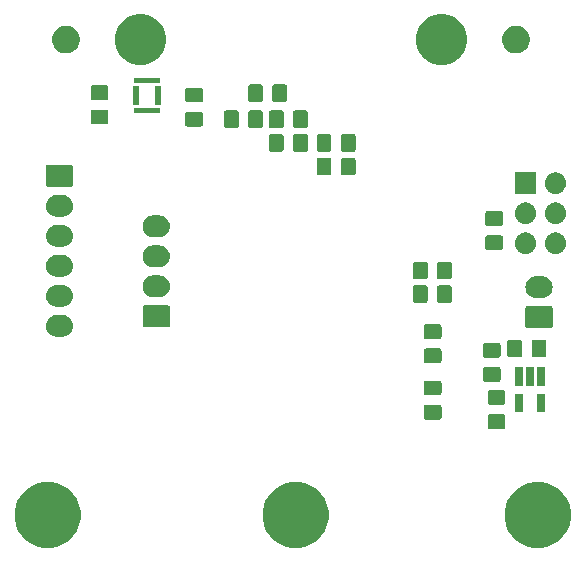
<source format=gbr>
G04 #@! TF.GenerationSoftware,KiCad,Pcbnew,5.0.1*
G04 #@! TF.CreationDate,2019-02-12T17:29:55-06:00*
G04 #@! TF.ProjectId,EFM,45464D2E6B696361645F706362000000,rev?*
G04 #@! TF.SameCoordinates,Original*
G04 #@! TF.FileFunction,Soldermask,Bot*
G04 #@! TF.FilePolarity,Negative*
%FSLAX46Y46*%
G04 Gerber Fmt 4.6, Leading zero omitted, Abs format (unit mm)*
G04 Created by KiCad (PCBNEW 5.0.1) date Tue 12 Feb 2019 05:29:55 PM CST*
%MOMM*%
%LPD*%
G01*
G04 APERTURE LIST*
%ADD10C,0.100000*%
G04 APERTURE END LIST*
D10*
G36*
X199817021Y-79806640D02*
X200326770Y-80017785D01*
X200326771Y-80017786D01*
X200785534Y-80324321D01*
X201175679Y-80714466D01*
X201380036Y-81020308D01*
X201482215Y-81173230D01*
X201693360Y-81682979D01*
X201801000Y-82224124D01*
X201801000Y-82775876D01*
X201693360Y-83317021D01*
X201482215Y-83826770D01*
X201482214Y-83826771D01*
X201175679Y-84285534D01*
X200785534Y-84675679D01*
X200479692Y-84880036D01*
X200326770Y-84982215D01*
X199817021Y-85193360D01*
X199275876Y-85301000D01*
X198724124Y-85301000D01*
X198182979Y-85193360D01*
X197673230Y-84982215D01*
X197520308Y-84880036D01*
X197214466Y-84675679D01*
X196824321Y-84285534D01*
X196517786Y-83826771D01*
X196517785Y-83826770D01*
X196306640Y-83317021D01*
X196199000Y-82775876D01*
X196199000Y-82224124D01*
X196306640Y-81682979D01*
X196517785Y-81173230D01*
X196619964Y-81020308D01*
X196824321Y-80714466D01*
X197214466Y-80324321D01*
X197673229Y-80017786D01*
X197673230Y-80017785D01*
X198182979Y-79806640D01*
X198724124Y-79699000D01*
X199275876Y-79699000D01*
X199817021Y-79806640D01*
X199817021Y-79806640D01*
G37*
G36*
X220817021Y-79806640D02*
X221326770Y-80017785D01*
X221326771Y-80017786D01*
X221785534Y-80324321D01*
X222175679Y-80714466D01*
X222380036Y-81020308D01*
X222482215Y-81173230D01*
X222693360Y-81682979D01*
X222801000Y-82224124D01*
X222801000Y-82775876D01*
X222693360Y-83317021D01*
X222482215Y-83826770D01*
X222482214Y-83826771D01*
X222175679Y-84285534D01*
X221785534Y-84675679D01*
X221479692Y-84880036D01*
X221326770Y-84982215D01*
X220817021Y-85193360D01*
X220275876Y-85301000D01*
X219724124Y-85301000D01*
X219182979Y-85193360D01*
X218673230Y-84982215D01*
X218520308Y-84880036D01*
X218214466Y-84675679D01*
X217824321Y-84285534D01*
X217517786Y-83826771D01*
X217517785Y-83826770D01*
X217306640Y-83317021D01*
X217199000Y-82775876D01*
X217199000Y-82224124D01*
X217306640Y-81682979D01*
X217517785Y-81173230D01*
X217619964Y-81020308D01*
X217824321Y-80714466D01*
X218214466Y-80324321D01*
X218673229Y-80017786D01*
X218673230Y-80017785D01*
X219182979Y-79806640D01*
X219724124Y-79699000D01*
X220275876Y-79699000D01*
X220817021Y-79806640D01*
X220817021Y-79806640D01*
G37*
G36*
X241317021Y-79806640D02*
X241826770Y-80017785D01*
X241826771Y-80017786D01*
X242285534Y-80324321D01*
X242675679Y-80714466D01*
X242880036Y-81020308D01*
X242982215Y-81173230D01*
X243193360Y-81682979D01*
X243301000Y-82224124D01*
X243301000Y-82775876D01*
X243193360Y-83317021D01*
X242982215Y-83826770D01*
X242982214Y-83826771D01*
X242675679Y-84285534D01*
X242285534Y-84675679D01*
X241979692Y-84880036D01*
X241826770Y-84982215D01*
X241317021Y-85193360D01*
X240775876Y-85301000D01*
X240224124Y-85301000D01*
X239682979Y-85193360D01*
X239173230Y-84982215D01*
X239020308Y-84880036D01*
X238714466Y-84675679D01*
X238324321Y-84285534D01*
X238017786Y-83826771D01*
X238017785Y-83826770D01*
X237806640Y-83317021D01*
X237699000Y-82775876D01*
X237699000Y-82224124D01*
X237806640Y-81682979D01*
X238017785Y-81173230D01*
X238119964Y-81020308D01*
X238324321Y-80714466D01*
X238714466Y-80324321D01*
X239173229Y-80017786D01*
X239173230Y-80017785D01*
X239682979Y-79806640D01*
X240224124Y-79699000D01*
X240775876Y-79699000D01*
X241317021Y-79806640D01*
X241317021Y-79806640D01*
G37*
G36*
X237588677Y-73978465D02*
X237626364Y-73989898D01*
X237661103Y-74008466D01*
X237691548Y-74033452D01*
X237716534Y-74063897D01*
X237735102Y-74098636D01*
X237746535Y-74136323D01*
X237751000Y-74181661D01*
X237751000Y-75018339D01*
X237746535Y-75063677D01*
X237735102Y-75101364D01*
X237716534Y-75136103D01*
X237691548Y-75166548D01*
X237661103Y-75191534D01*
X237626364Y-75210102D01*
X237588677Y-75221535D01*
X237543339Y-75226000D01*
X236456661Y-75226000D01*
X236411323Y-75221535D01*
X236373636Y-75210102D01*
X236338897Y-75191534D01*
X236308452Y-75166548D01*
X236283466Y-75136103D01*
X236264898Y-75101364D01*
X236253465Y-75063677D01*
X236249000Y-75018339D01*
X236249000Y-74181661D01*
X236253465Y-74136323D01*
X236264898Y-74098636D01*
X236283466Y-74063897D01*
X236308452Y-74033452D01*
X236338897Y-74008466D01*
X236373636Y-73989898D01*
X236411323Y-73978465D01*
X236456661Y-73974000D01*
X237543339Y-73974000D01*
X237588677Y-73978465D01*
X237588677Y-73978465D01*
G37*
G36*
X232188677Y-73178465D02*
X232226364Y-73189898D01*
X232261103Y-73208466D01*
X232291548Y-73233452D01*
X232316534Y-73263897D01*
X232335102Y-73298636D01*
X232346535Y-73336323D01*
X232351000Y-73381661D01*
X232351000Y-74218339D01*
X232346535Y-74263677D01*
X232335102Y-74301364D01*
X232316534Y-74336103D01*
X232291548Y-74366548D01*
X232261103Y-74391534D01*
X232226364Y-74410102D01*
X232188677Y-74421535D01*
X232143339Y-74426000D01*
X231056661Y-74426000D01*
X231011323Y-74421535D01*
X230973636Y-74410102D01*
X230938897Y-74391534D01*
X230908452Y-74366548D01*
X230883466Y-74336103D01*
X230864898Y-74301364D01*
X230853465Y-74263677D01*
X230849000Y-74218339D01*
X230849000Y-73381661D01*
X230853465Y-73336323D01*
X230864898Y-73298636D01*
X230883466Y-73263897D01*
X230908452Y-73233452D01*
X230938897Y-73208466D01*
X230973636Y-73189898D01*
X231011323Y-73178465D01*
X231056661Y-73174000D01*
X232143339Y-73174000D01*
X232188677Y-73178465D01*
X232188677Y-73178465D01*
G37*
G36*
X241130400Y-73822800D02*
X240469600Y-73822800D01*
X240469600Y-72247600D01*
X241130400Y-72247600D01*
X241130400Y-73822800D01*
X241130400Y-73822800D01*
G37*
G36*
X239230398Y-73822800D02*
X238569598Y-73822800D01*
X238569598Y-72247600D01*
X239230398Y-72247600D01*
X239230398Y-73822800D01*
X239230398Y-73822800D01*
G37*
G36*
X237588677Y-71928465D02*
X237626364Y-71939898D01*
X237661103Y-71958466D01*
X237691548Y-71983452D01*
X237716534Y-72013897D01*
X237735102Y-72048636D01*
X237746535Y-72086323D01*
X237751000Y-72131661D01*
X237751000Y-72968339D01*
X237746535Y-73013677D01*
X237735102Y-73051364D01*
X237716534Y-73086103D01*
X237691548Y-73116548D01*
X237661103Y-73141534D01*
X237626364Y-73160102D01*
X237588677Y-73171535D01*
X237543339Y-73176000D01*
X236456661Y-73176000D01*
X236411323Y-73171535D01*
X236373636Y-73160102D01*
X236338897Y-73141534D01*
X236308452Y-73116548D01*
X236283466Y-73086103D01*
X236264898Y-73051364D01*
X236253465Y-73013677D01*
X236249000Y-72968339D01*
X236249000Y-72131661D01*
X236253465Y-72086323D01*
X236264898Y-72048636D01*
X236283466Y-72013897D01*
X236308452Y-71983452D01*
X236338897Y-71958466D01*
X236373636Y-71939898D01*
X236411323Y-71928465D01*
X236456661Y-71924000D01*
X237543339Y-71924000D01*
X237588677Y-71928465D01*
X237588677Y-71928465D01*
G37*
G36*
X232188677Y-71128465D02*
X232226364Y-71139898D01*
X232261103Y-71158466D01*
X232291548Y-71183452D01*
X232316534Y-71213897D01*
X232335102Y-71248636D01*
X232346535Y-71286323D01*
X232351000Y-71331661D01*
X232351000Y-72168339D01*
X232346535Y-72213677D01*
X232335102Y-72251364D01*
X232316534Y-72286103D01*
X232291548Y-72316548D01*
X232261103Y-72341534D01*
X232226364Y-72360102D01*
X232188677Y-72371535D01*
X232143339Y-72376000D01*
X231056661Y-72376000D01*
X231011323Y-72371535D01*
X230973636Y-72360102D01*
X230938897Y-72341534D01*
X230908452Y-72316548D01*
X230883466Y-72286103D01*
X230864898Y-72251364D01*
X230853465Y-72213677D01*
X230849000Y-72168339D01*
X230849000Y-71331661D01*
X230853465Y-71286323D01*
X230864898Y-71248636D01*
X230883466Y-71213897D01*
X230908452Y-71183452D01*
X230938897Y-71158466D01*
X230973636Y-71139898D01*
X231011323Y-71128465D01*
X231056661Y-71124000D01*
X232143339Y-71124000D01*
X232188677Y-71128465D01*
X232188677Y-71128465D01*
G37*
G36*
X239230398Y-71587600D02*
X238569598Y-71587600D01*
X238569598Y-70012400D01*
X239230398Y-70012400D01*
X239230398Y-71587600D01*
X239230398Y-71587600D01*
G37*
G36*
X241130400Y-71587600D02*
X240469600Y-71587600D01*
X240469600Y-70012400D01*
X241130400Y-70012400D01*
X241130400Y-71587600D01*
X241130400Y-71587600D01*
G37*
G36*
X240180399Y-71587600D02*
X239519599Y-71587600D01*
X239519599Y-70012400D01*
X240180399Y-70012400D01*
X240180399Y-71587600D01*
X240180399Y-71587600D01*
G37*
G36*
X237188677Y-69978465D02*
X237226364Y-69989898D01*
X237261103Y-70008466D01*
X237291548Y-70033452D01*
X237316534Y-70063897D01*
X237335102Y-70098636D01*
X237346535Y-70136323D01*
X237351000Y-70181661D01*
X237351000Y-71018339D01*
X237346535Y-71063677D01*
X237335102Y-71101364D01*
X237316534Y-71136103D01*
X237291548Y-71166548D01*
X237261103Y-71191534D01*
X237226364Y-71210102D01*
X237188677Y-71221535D01*
X237143339Y-71226000D01*
X236056661Y-71226000D01*
X236011323Y-71221535D01*
X235973636Y-71210102D01*
X235938897Y-71191534D01*
X235908452Y-71166548D01*
X235883466Y-71136103D01*
X235864898Y-71101364D01*
X235853465Y-71063677D01*
X235849000Y-71018339D01*
X235849000Y-70181661D01*
X235853465Y-70136323D01*
X235864898Y-70098636D01*
X235883466Y-70063897D01*
X235908452Y-70033452D01*
X235938897Y-70008466D01*
X235973636Y-69989898D01*
X236011323Y-69978465D01*
X236056661Y-69974000D01*
X237143339Y-69974000D01*
X237188677Y-69978465D01*
X237188677Y-69978465D01*
G37*
G36*
X232188677Y-68403465D02*
X232226364Y-68414898D01*
X232261103Y-68433466D01*
X232291548Y-68458452D01*
X232316534Y-68488897D01*
X232335102Y-68523636D01*
X232346535Y-68561323D01*
X232351000Y-68606661D01*
X232351000Y-69443339D01*
X232346535Y-69488677D01*
X232335102Y-69526364D01*
X232316534Y-69561103D01*
X232291548Y-69591548D01*
X232261103Y-69616534D01*
X232226364Y-69635102D01*
X232188677Y-69646535D01*
X232143339Y-69651000D01*
X231056661Y-69651000D01*
X231011323Y-69646535D01*
X230973636Y-69635102D01*
X230938897Y-69616534D01*
X230908452Y-69591548D01*
X230883466Y-69561103D01*
X230864898Y-69526364D01*
X230853465Y-69488677D01*
X230849000Y-69443339D01*
X230849000Y-68606661D01*
X230853465Y-68561323D01*
X230864898Y-68523636D01*
X230883466Y-68488897D01*
X230908452Y-68458452D01*
X230938897Y-68433466D01*
X230973636Y-68414898D01*
X231011323Y-68403465D01*
X231056661Y-68399000D01*
X232143339Y-68399000D01*
X232188677Y-68403465D01*
X232188677Y-68403465D01*
G37*
G36*
X237188677Y-67928465D02*
X237226364Y-67939898D01*
X237261103Y-67958466D01*
X237291548Y-67983452D01*
X237316534Y-68013897D01*
X237335102Y-68048636D01*
X237346535Y-68086323D01*
X237351000Y-68131661D01*
X237351000Y-68968339D01*
X237346535Y-69013677D01*
X237335102Y-69051364D01*
X237316534Y-69086103D01*
X237291548Y-69116548D01*
X237261103Y-69141534D01*
X237226364Y-69160102D01*
X237188677Y-69171535D01*
X237143339Y-69176000D01*
X236056661Y-69176000D01*
X236011323Y-69171535D01*
X235973636Y-69160102D01*
X235938897Y-69141534D01*
X235908452Y-69116548D01*
X235883466Y-69086103D01*
X235864898Y-69051364D01*
X235853465Y-69013677D01*
X235849000Y-68968339D01*
X235849000Y-68131661D01*
X235853465Y-68086323D01*
X235864898Y-68048636D01*
X235883466Y-68013897D01*
X235908452Y-67983452D01*
X235938897Y-67958466D01*
X235973636Y-67939898D01*
X236011323Y-67928465D01*
X236056661Y-67924000D01*
X237143339Y-67924000D01*
X237188677Y-67928465D01*
X237188677Y-67928465D01*
G37*
G36*
X241063677Y-67653465D02*
X241101364Y-67664898D01*
X241136103Y-67683466D01*
X241166548Y-67708452D01*
X241191534Y-67738897D01*
X241210102Y-67773636D01*
X241221535Y-67811323D01*
X241226000Y-67856661D01*
X241226000Y-68943339D01*
X241221535Y-68988677D01*
X241210102Y-69026364D01*
X241191534Y-69061103D01*
X241166548Y-69091548D01*
X241136103Y-69116534D01*
X241101364Y-69135102D01*
X241063677Y-69146535D01*
X241018339Y-69151000D01*
X240181661Y-69151000D01*
X240136323Y-69146535D01*
X240098636Y-69135102D01*
X240063897Y-69116534D01*
X240033452Y-69091548D01*
X240008466Y-69061103D01*
X239989898Y-69026364D01*
X239978465Y-68988677D01*
X239974000Y-68943339D01*
X239974000Y-67856661D01*
X239978465Y-67811323D01*
X239989898Y-67773636D01*
X240008466Y-67738897D01*
X240033452Y-67708452D01*
X240063897Y-67683466D01*
X240098636Y-67664898D01*
X240136323Y-67653465D01*
X240181661Y-67649000D01*
X241018339Y-67649000D01*
X241063677Y-67653465D01*
X241063677Y-67653465D01*
G37*
G36*
X239013677Y-67653465D02*
X239051364Y-67664898D01*
X239086103Y-67683466D01*
X239116548Y-67708452D01*
X239141534Y-67738897D01*
X239160102Y-67773636D01*
X239171535Y-67811323D01*
X239176000Y-67856661D01*
X239176000Y-68943339D01*
X239171535Y-68988677D01*
X239160102Y-69026364D01*
X239141534Y-69061103D01*
X239116548Y-69091548D01*
X239086103Y-69116534D01*
X239051364Y-69135102D01*
X239013677Y-69146535D01*
X238968339Y-69151000D01*
X238131661Y-69151000D01*
X238086323Y-69146535D01*
X238048636Y-69135102D01*
X238013897Y-69116534D01*
X237983452Y-69091548D01*
X237958466Y-69061103D01*
X237939898Y-69026364D01*
X237928465Y-68988677D01*
X237924000Y-68943339D01*
X237924000Y-67856661D01*
X237928465Y-67811323D01*
X237939898Y-67773636D01*
X237958466Y-67738897D01*
X237983452Y-67708452D01*
X238013897Y-67683466D01*
X238048636Y-67664898D01*
X238086323Y-67653465D01*
X238131661Y-67649000D01*
X238968339Y-67649000D01*
X239013677Y-67653465D01*
X239013677Y-67653465D01*
G37*
G36*
X232188677Y-66353465D02*
X232226364Y-66364898D01*
X232261103Y-66383466D01*
X232291548Y-66408452D01*
X232316534Y-66438897D01*
X232335102Y-66473636D01*
X232346535Y-66511323D01*
X232351000Y-66556661D01*
X232351000Y-67393339D01*
X232346535Y-67438677D01*
X232335102Y-67476364D01*
X232316534Y-67511103D01*
X232291548Y-67541548D01*
X232261103Y-67566534D01*
X232226364Y-67585102D01*
X232188677Y-67596535D01*
X232143339Y-67601000D01*
X231056661Y-67601000D01*
X231011323Y-67596535D01*
X230973636Y-67585102D01*
X230938897Y-67566534D01*
X230908452Y-67541548D01*
X230883466Y-67511103D01*
X230864898Y-67476364D01*
X230853465Y-67438677D01*
X230849000Y-67393339D01*
X230849000Y-66556661D01*
X230853465Y-66511323D01*
X230864898Y-66473636D01*
X230883466Y-66438897D01*
X230908452Y-66408452D01*
X230938897Y-66383466D01*
X230973636Y-66364898D01*
X231011323Y-66353465D01*
X231056661Y-66349000D01*
X232143339Y-66349000D01*
X232188677Y-66353465D01*
X232188677Y-66353465D01*
G37*
G36*
X200320345Y-65563442D02*
X200410548Y-65572326D01*
X200526287Y-65607435D01*
X200584158Y-65624990D01*
X200669679Y-65670702D01*
X200744156Y-65710511D01*
X200744158Y-65710512D01*
X200744157Y-65710512D01*
X200884396Y-65825604D01*
X200999488Y-65965843D01*
X201085010Y-66125842D01*
X201085010Y-66125843D01*
X201137674Y-66299452D01*
X201155456Y-66480000D01*
X201137674Y-66660548D01*
X201102565Y-66776287D01*
X201085010Y-66834158D01*
X201039298Y-66919679D01*
X200999489Y-66994156D01*
X200884396Y-67134396D01*
X200744156Y-67249489D01*
X200669679Y-67289298D01*
X200584158Y-67335010D01*
X200526287Y-67352565D01*
X200410548Y-67387674D01*
X200320345Y-67396558D01*
X200275245Y-67401000D01*
X199724755Y-67401000D01*
X199679655Y-67396558D01*
X199589452Y-67387674D01*
X199473713Y-67352565D01*
X199415842Y-67335010D01*
X199330321Y-67289298D01*
X199255844Y-67249489D01*
X199115604Y-67134396D01*
X199000511Y-66994156D01*
X198960702Y-66919679D01*
X198914990Y-66834158D01*
X198897435Y-66776287D01*
X198862326Y-66660548D01*
X198844544Y-66480000D01*
X198862326Y-66299452D01*
X198914990Y-66125843D01*
X198914990Y-66125842D01*
X199000512Y-65965843D01*
X199115604Y-65825604D01*
X199255843Y-65710512D01*
X199255842Y-65710512D01*
X199255844Y-65710511D01*
X199330321Y-65670702D01*
X199415842Y-65624990D01*
X199473713Y-65607435D01*
X199589452Y-65572326D01*
X199679655Y-65563442D01*
X199724755Y-65559000D01*
X200275245Y-65559000D01*
X200320345Y-65563442D01*
X200320345Y-65563442D01*
G37*
G36*
X241609560Y-64822966D02*
X241642383Y-64832923D01*
X241672632Y-64849092D01*
X241699148Y-64870852D01*
X241720908Y-64897368D01*
X241737077Y-64927617D01*
X241747034Y-64960440D01*
X241751000Y-65000712D01*
X241751000Y-66479288D01*
X241747034Y-66519560D01*
X241737077Y-66552383D01*
X241720908Y-66582632D01*
X241699148Y-66609148D01*
X241672632Y-66630908D01*
X241642383Y-66647077D01*
X241609560Y-66657034D01*
X241569288Y-66661000D01*
X239630712Y-66661000D01*
X239590440Y-66657034D01*
X239557617Y-66647077D01*
X239527368Y-66630908D01*
X239500852Y-66609148D01*
X239479092Y-66582632D01*
X239462923Y-66552383D01*
X239452966Y-66519560D01*
X239449000Y-66479288D01*
X239449000Y-65000712D01*
X239452966Y-64960440D01*
X239462923Y-64927617D01*
X239479092Y-64897368D01*
X239500852Y-64870852D01*
X239527368Y-64849092D01*
X239557617Y-64832923D01*
X239590440Y-64822966D01*
X239630712Y-64819000D01*
X241569288Y-64819000D01*
X241609560Y-64822966D01*
X241609560Y-64822966D01*
G37*
G36*
X209209560Y-64762966D02*
X209242383Y-64772923D01*
X209272632Y-64789092D01*
X209299148Y-64810852D01*
X209320908Y-64837368D01*
X209337077Y-64867617D01*
X209347034Y-64900440D01*
X209351000Y-64940712D01*
X209351000Y-66419288D01*
X209347034Y-66459560D01*
X209337077Y-66492383D01*
X209320908Y-66522632D01*
X209299148Y-66549148D01*
X209272632Y-66570908D01*
X209242383Y-66587077D01*
X209209560Y-66597034D01*
X209169288Y-66601000D01*
X207230712Y-66601000D01*
X207190440Y-66597034D01*
X207157617Y-66587077D01*
X207127368Y-66570908D01*
X207100852Y-66549148D01*
X207079092Y-66522632D01*
X207062923Y-66492383D01*
X207052966Y-66459560D01*
X207049000Y-66419288D01*
X207049000Y-64940712D01*
X207052966Y-64900440D01*
X207062923Y-64867617D01*
X207079092Y-64837368D01*
X207100852Y-64810852D01*
X207127368Y-64789092D01*
X207157617Y-64772923D01*
X207190440Y-64762966D01*
X207230712Y-64759000D01*
X209169288Y-64759000D01*
X209209560Y-64762966D01*
X209209560Y-64762966D01*
G37*
G36*
X200320345Y-63023442D02*
X200410548Y-63032326D01*
X200482755Y-63054230D01*
X200584158Y-63084990D01*
X200665967Y-63128718D01*
X200744156Y-63170511D01*
X200884396Y-63285604D01*
X200962314Y-63380546D01*
X200999488Y-63425843D01*
X201085010Y-63585842D01*
X201085010Y-63585843D01*
X201137674Y-63759452D01*
X201155456Y-63940000D01*
X201137674Y-64120548D01*
X201102565Y-64236287D01*
X201085010Y-64294158D01*
X201064823Y-64331925D01*
X200999489Y-64454156D01*
X200884396Y-64594396D01*
X200744156Y-64709489D01*
X200669679Y-64749298D01*
X200584158Y-64795010D01*
X200531933Y-64810852D01*
X200410548Y-64847674D01*
X200320345Y-64856558D01*
X200275245Y-64861000D01*
X199724755Y-64861000D01*
X199679655Y-64856558D01*
X199589452Y-64847674D01*
X199468067Y-64810852D01*
X199415842Y-64795010D01*
X199330321Y-64749298D01*
X199255844Y-64709489D01*
X199115604Y-64594396D01*
X199000511Y-64454156D01*
X198935177Y-64331925D01*
X198914990Y-64294158D01*
X198897435Y-64236287D01*
X198862326Y-64120548D01*
X198844544Y-63940000D01*
X198862326Y-63759452D01*
X198914990Y-63585843D01*
X198914990Y-63585842D01*
X199000512Y-63425843D01*
X199037687Y-63380546D01*
X199115604Y-63285604D01*
X199255844Y-63170511D01*
X199334033Y-63128718D01*
X199415842Y-63084990D01*
X199517245Y-63054230D01*
X199589452Y-63032326D01*
X199679655Y-63023442D01*
X199724755Y-63019000D01*
X200275245Y-63019000D01*
X200320345Y-63023442D01*
X200320345Y-63023442D01*
G37*
G36*
X231013677Y-63053465D02*
X231051364Y-63064898D01*
X231086103Y-63083466D01*
X231116548Y-63108452D01*
X231141534Y-63138897D01*
X231160102Y-63173636D01*
X231171535Y-63211323D01*
X231176000Y-63256661D01*
X231176000Y-64343339D01*
X231171535Y-64388677D01*
X231160102Y-64426364D01*
X231141534Y-64461103D01*
X231116548Y-64491548D01*
X231086103Y-64516534D01*
X231051364Y-64535102D01*
X231013677Y-64546535D01*
X230968339Y-64551000D01*
X230131661Y-64551000D01*
X230086323Y-64546535D01*
X230048636Y-64535102D01*
X230013897Y-64516534D01*
X229983452Y-64491548D01*
X229958466Y-64461103D01*
X229939898Y-64426364D01*
X229928465Y-64388677D01*
X229924000Y-64343339D01*
X229924000Y-63256661D01*
X229928465Y-63211323D01*
X229939898Y-63173636D01*
X229958466Y-63138897D01*
X229983452Y-63108452D01*
X230013897Y-63083466D01*
X230048636Y-63064898D01*
X230086323Y-63053465D01*
X230131661Y-63049000D01*
X230968339Y-63049000D01*
X231013677Y-63053465D01*
X231013677Y-63053465D01*
G37*
G36*
X233063677Y-63053465D02*
X233101364Y-63064898D01*
X233136103Y-63083466D01*
X233166548Y-63108452D01*
X233191534Y-63138897D01*
X233210102Y-63173636D01*
X233221535Y-63211323D01*
X233226000Y-63256661D01*
X233226000Y-64343339D01*
X233221535Y-64388677D01*
X233210102Y-64426364D01*
X233191534Y-64461103D01*
X233166548Y-64491548D01*
X233136103Y-64516534D01*
X233101364Y-64535102D01*
X233063677Y-64546535D01*
X233018339Y-64551000D01*
X232181661Y-64551000D01*
X232136323Y-64546535D01*
X232098636Y-64535102D01*
X232063897Y-64516534D01*
X232033452Y-64491548D01*
X232008466Y-64461103D01*
X231989898Y-64426364D01*
X231978465Y-64388677D01*
X231974000Y-64343339D01*
X231974000Y-63256661D01*
X231978465Y-63211323D01*
X231989898Y-63173636D01*
X232008466Y-63138897D01*
X232033452Y-63108452D01*
X232063897Y-63083466D01*
X232098636Y-63064898D01*
X232136323Y-63053465D01*
X232181661Y-63049000D01*
X233018339Y-63049000D01*
X233063677Y-63053465D01*
X233063677Y-63053465D01*
G37*
G36*
X240920345Y-62283442D02*
X241010548Y-62292326D01*
X241105073Y-62321000D01*
X241184158Y-62344990D01*
X241255237Y-62382983D01*
X241344156Y-62430511D01*
X241344158Y-62430512D01*
X241344157Y-62430512D01*
X241484396Y-62545604D01*
X241599488Y-62685843D01*
X241685010Y-62845842D01*
X241685010Y-62845843D01*
X241737674Y-63019452D01*
X241755456Y-63200000D01*
X241737674Y-63380548D01*
X241703211Y-63494157D01*
X241685010Y-63554158D01*
X241668074Y-63585842D01*
X241599489Y-63714156D01*
X241484396Y-63854396D01*
X241344156Y-63969489D01*
X241296409Y-63995010D01*
X241184158Y-64055010D01*
X241164411Y-64061000D01*
X241010548Y-64107674D01*
X240920345Y-64116558D01*
X240875245Y-64121000D01*
X240324755Y-64121000D01*
X240279655Y-64116558D01*
X240189452Y-64107674D01*
X240035589Y-64061000D01*
X240015842Y-64055010D01*
X239903591Y-63995010D01*
X239855844Y-63969489D01*
X239715604Y-63854396D01*
X239600511Y-63714156D01*
X239531926Y-63585842D01*
X239514990Y-63554158D01*
X239496789Y-63494157D01*
X239462326Y-63380548D01*
X239444544Y-63200000D01*
X239462326Y-63019452D01*
X239514990Y-62845843D01*
X239514990Y-62845842D01*
X239600512Y-62685843D01*
X239715604Y-62545604D01*
X239855843Y-62430512D01*
X239855842Y-62430512D01*
X239855844Y-62430511D01*
X239944763Y-62382983D01*
X240015842Y-62344990D01*
X240094927Y-62321000D01*
X240189452Y-62292326D01*
X240279655Y-62283442D01*
X240324755Y-62279000D01*
X240875245Y-62279000D01*
X240920345Y-62283442D01*
X240920345Y-62283442D01*
G37*
G36*
X208520345Y-62223442D02*
X208610548Y-62232326D01*
X208726287Y-62267435D01*
X208784158Y-62284990D01*
X208826596Y-62307674D01*
X208944156Y-62370511D01*
X209084396Y-62485604D01*
X209199489Y-62625844D01*
X209239298Y-62700321D01*
X209285010Y-62785842D01*
X209285010Y-62785843D01*
X209337674Y-62959452D01*
X209355456Y-63140000D01*
X209337674Y-63320548D01*
X209319473Y-63380548D01*
X209285010Y-63494158D01*
X209252939Y-63554158D01*
X209199489Y-63654156D01*
X209084396Y-63794396D01*
X208944156Y-63909489D01*
X208887074Y-63940000D01*
X208784158Y-63995010D01*
X208726287Y-64012565D01*
X208610548Y-64047674D01*
X208520345Y-64056558D01*
X208475245Y-64061000D01*
X207924755Y-64061000D01*
X207879655Y-64056558D01*
X207789452Y-64047674D01*
X207673713Y-64012565D01*
X207615842Y-63995010D01*
X207512926Y-63940000D01*
X207455844Y-63909489D01*
X207315604Y-63794396D01*
X207200511Y-63654156D01*
X207147061Y-63554158D01*
X207114990Y-63494158D01*
X207080527Y-63380548D01*
X207062326Y-63320548D01*
X207044544Y-63140000D01*
X207062326Y-62959452D01*
X207114990Y-62785843D01*
X207114990Y-62785842D01*
X207160702Y-62700321D01*
X207200511Y-62625844D01*
X207315604Y-62485604D01*
X207455844Y-62370511D01*
X207573404Y-62307674D01*
X207615842Y-62284990D01*
X207673713Y-62267435D01*
X207789452Y-62232326D01*
X207879655Y-62223442D01*
X207924755Y-62219000D01*
X208475245Y-62219000D01*
X208520345Y-62223442D01*
X208520345Y-62223442D01*
G37*
G36*
X233063677Y-61053465D02*
X233101364Y-61064898D01*
X233136103Y-61083466D01*
X233166548Y-61108452D01*
X233191534Y-61138897D01*
X233210102Y-61173636D01*
X233221535Y-61211323D01*
X233226000Y-61256661D01*
X233226000Y-62343339D01*
X233221535Y-62388677D01*
X233210102Y-62426364D01*
X233191534Y-62461103D01*
X233166548Y-62491548D01*
X233136103Y-62516534D01*
X233101364Y-62535102D01*
X233063677Y-62546535D01*
X233018339Y-62551000D01*
X232181661Y-62551000D01*
X232136323Y-62546535D01*
X232098636Y-62535102D01*
X232063897Y-62516534D01*
X232033452Y-62491548D01*
X232008466Y-62461103D01*
X231989898Y-62426364D01*
X231978465Y-62388677D01*
X231974000Y-62343339D01*
X231974000Y-61256661D01*
X231978465Y-61211323D01*
X231989898Y-61173636D01*
X232008466Y-61138897D01*
X232033452Y-61108452D01*
X232063897Y-61083466D01*
X232098636Y-61064898D01*
X232136323Y-61053465D01*
X232181661Y-61049000D01*
X233018339Y-61049000D01*
X233063677Y-61053465D01*
X233063677Y-61053465D01*
G37*
G36*
X231013677Y-61053465D02*
X231051364Y-61064898D01*
X231086103Y-61083466D01*
X231116548Y-61108452D01*
X231141534Y-61138897D01*
X231160102Y-61173636D01*
X231171535Y-61211323D01*
X231176000Y-61256661D01*
X231176000Y-62343339D01*
X231171535Y-62388677D01*
X231160102Y-62426364D01*
X231141534Y-62461103D01*
X231116548Y-62491548D01*
X231086103Y-62516534D01*
X231051364Y-62535102D01*
X231013677Y-62546535D01*
X230968339Y-62551000D01*
X230131661Y-62551000D01*
X230086323Y-62546535D01*
X230048636Y-62535102D01*
X230013897Y-62516534D01*
X229983452Y-62491548D01*
X229958466Y-62461103D01*
X229939898Y-62426364D01*
X229928465Y-62388677D01*
X229924000Y-62343339D01*
X229924000Y-61256661D01*
X229928465Y-61211323D01*
X229939898Y-61173636D01*
X229958466Y-61138897D01*
X229983452Y-61108452D01*
X230013897Y-61083466D01*
X230048636Y-61064898D01*
X230086323Y-61053465D01*
X230131661Y-61049000D01*
X230968339Y-61049000D01*
X231013677Y-61053465D01*
X231013677Y-61053465D01*
G37*
G36*
X200320345Y-60483442D02*
X200410548Y-60492326D01*
X200526287Y-60527435D01*
X200584158Y-60544990D01*
X200669679Y-60590702D01*
X200744156Y-60630511D01*
X200744158Y-60630512D01*
X200744157Y-60630512D01*
X200884396Y-60745604D01*
X200999488Y-60885843D01*
X201085010Y-61045842D01*
X201096423Y-61083466D01*
X201137674Y-61219452D01*
X201155456Y-61400000D01*
X201137674Y-61580548D01*
X201102565Y-61696287D01*
X201085010Y-61754158D01*
X201039298Y-61839679D01*
X200999489Y-61914156D01*
X200884396Y-62054396D01*
X200744156Y-62169489D01*
X200669679Y-62209298D01*
X200584158Y-62255010D01*
X200526287Y-62272565D01*
X200410548Y-62307674D01*
X200320345Y-62316558D01*
X200275245Y-62321000D01*
X199724755Y-62321000D01*
X199679655Y-62316558D01*
X199589452Y-62307674D01*
X199473713Y-62272565D01*
X199415842Y-62255010D01*
X199330321Y-62209298D01*
X199255844Y-62169489D01*
X199115604Y-62054396D01*
X199000511Y-61914156D01*
X198960702Y-61839679D01*
X198914990Y-61754158D01*
X198897435Y-61696287D01*
X198862326Y-61580548D01*
X198844544Y-61400000D01*
X198862326Y-61219452D01*
X198903577Y-61083466D01*
X198914990Y-61045842D01*
X199000512Y-60885843D01*
X199115604Y-60745604D01*
X199255843Y-60630512D01*
X199255842Y-60630512D01*
X199255844Y-60630511D01*
X199330321Y-60590702D01*
X199415842Y-60544990D01*
X199473713Y-60527435D01*
X199589452Y-60492326D01*
X199679655Y-60483442D01*
X199724755Y-60479000D01*
X200275245Y-60479000D01*
X200320345Y-60483442D01*
X200320345Y-60483442D01*
G37*
G36*
X208520345Y-59683442D02*
X208610548Y-59692326D01*
X208726287Y-59727435D01*
X208784158Y-59744990D01*
X208826596Y-59767674D01*
X208944156Y-59830511D01*
X209084396Y-59945604D01*
X209199489Y-60085844D01*
X209217845Y-60120186D01*
X209285010Y-60245842D01*
X209285010Y-60245843D01*
X209337674Y-60419452D01*
X209355456Y-60600000D01*
X209337674Y-60780548D01*
X209305733Y-60885843D01*
X209285010Y-60954158D01*
X209239298Y-61039679D01*
X209199489Y-61114156D01*
X209084396Y-61254396D01*
X208944156Y-61369489D01*
X208887074Y-61400000D01*
X208784158Y-61455010D01*
X208726287Y-61472565D01*
X208610548Y-61507674D01*
X208520345Y-61516558D01*
X208475245Y-61521000D01*
X207924755Y-61521000D01*
X207879655Y-61516558D01*
X207789452Y-61507674D01*
X207673713Y-61472565D01*
X207615842Y-61455010D01*
X207512926Y-61400000D01*
X207455844Y-61369489D01*
X207315604Y-61254396D01*
X207200511Y-61114156D01*
X207160702Y-61039679D01*
X207114990Y-60954158D01*
X207094267Y-60885843D01*
X207062326Y-60780548D01*
X207044544Y-60600000D01*
X207062326Y-60419452D01*
X207114990Y-60245843D01*
X207114990Y-60245842D01*
X207182155Y-60120186D01*
X207200511Y-60085844D01*
X207315604Y-59945604D01*
X207455844Y-59830511D01*
X207573404Y-59767674D01*
X207615842Y-59744990D01*
X207673713Y-59727435D01*
X207789452Y-59692326D01*
X207879655Y-59683442D01*
X207924755Y-59679000D01*
X208475245Y-59679000D01*
X208520345Y-59683442D01*
X208520345Y-59683442D01*
G37*
G36*
X242110442Y-58585518D02*
X242176627Y-58592037D01*
X242289853Y-58626384D01*
X242346467Y-58643557D01*
X242478995Y-58714396D01*
X242502991Y-58727222D01*
X242538729Y-58756552D01*
X242640186Y-58839814D01*
X242723448Y-58941271D01*
X242752778Y-58977009D01*
X242752779Y-58977011D01*
X242836443Y-59133533D01*
X242836443Y-59133534D01*
X242887963Y-59303373D01*
X242905359Y-59480000D01*
X242887963Y-59656627D01*
X242861158Y-59744990D01*
X242836443Y-59826467D01*
X242772762Y-59945604D01*
X242752778Y-59982991D01*
X242741870Y-59996282D01*
X242640186Y-60120186D01*
X242538729Y-60203448D01*
X242502991Y-60232778D01*
X242502989Y-60232779D01*
X242346467Y-60316443D01*
X242289853Y-60333616D01*
X242176627Y-60367963D01*
X242110442Y-60374482D01*
X242044260Y-60381000D01*
X241955740Y-60381000D01*
X241889558Y-60374482D01*
X241823373Y-60367963D01*
X241710147Y-60333616D01*
X241653533Y-60316443D01*
X241497011Y-60232779D01*
X241497009Y-60232778D01*
X241461271Y-60203448D01*
X241359814Y-60120186D01*
X241258130Y-59996282D01*
X241247222Y-59982991D01*
X241227238Y-59945604D01*
X241163557Y-59826467D01*
X241138842Y-59744990D01*
X241112037Y-59656627D01*
X241094641Y-59480000D01*
X241112037Y-59303373D01*
X241163557Y-59133534D01*
X241163557Y-59133533D01*
X241247221Y-58977011D01*
X241247222Y-58977009D01*
X241276552Y-58941271D01*
X241359814Y-58839814D01*
X241461271Y-58756552D01*
X241497009Y-58727222D01*
X241521005Y-58714396D01*
X241653533Y-58643557D01*
X241710147Y-58626384D01*
X241823373Y-58592037D01*
X241889558Y-58585518D01*
X241955740Y-58579000D01*
X242044260Y-58579000D01*
X242110442Y-58585518D01*
X242110442Y-58585518D01*
G37*
G36*
X239570442Y-58585518D02*
X239636627Y-58592037D01*
X239749853Y-58626384D01*
X239806467Y-58643557D01*
X239938995Y-58714396D01*
X239962991Y-58727222D01*
X239998729Y-58756552D01*
X240100186Y-58839814D01*
X240183448Y-58941271D01*
X240212778Y-58977009D01*
X240212779Y-58977011D01*
X240296443Y-59133533D01*
X240296443Y-59133534D01*
X240347963Y-59303373D01*
X240365359Y-59480000D01*
X240347963Y-59656627D01*
X240321158Y-59744990D01*
X240296443Y-59826467D01*
X240232762Y-59945604D01*
X240212778Y-59982991D01*
X240201870Y-59996282D01*
X240100186Y-60120186D01*
X239998729Y-60203448D01*
X239962991Y-60232778D01*
X239962989Y-60232779D01*
X239806467Y-60316443D01*
X239749853Y-60333616D01*
X239636627Y-60367963D01*
X239570442Y-60374482D01*
X239504260Y-60381000D01*
X239415740Y-60381000D01*
X239349558Y-60374482D01*
X239283373Y-60367963D01*
X239170147Y-60333616D01*
X239113533Y-60316443D01*
X238957011Y-60232779D01*
X238957009Y-60232778D01*
X238921271Y-60203448D01*
X238819814Y-60120186D01*
X238718130Y-59996282D01*
X238707222Y-59982991D01*
X238687238Y-59945604D01*
X238623557Y-59826467D01*
X238598842Y-59744990D01*
X238572037Y-59656627D01*
X238554641Y-59480000D01*
X238572037Y-59303373D01*
X238623557Y-59133534D01*
X238623557Y-59133533D01*
X238707221Y-58977011D01*
X238707222Y-58977009D01*
X238736552Y-58941271D01*
X238819814Y-58839814D01*
X238921271Y-58756552D01*
X238957009Y-58727222D01*
X238981005Y-58714396D01*
X239113533Y-58643557D01*
X239170147Y-58626384D01*
X239283373Y-58592037D01*
X239349558Y-58585518D01*
X239415740Y-58579000D01*
X239504260Y-58579000D01*
X239570442Y-58585518D01*
X239570442Y-58585518D01*
G37*
G36*
X237388677Y-58828465D02*
X237426364Y-58839898D01*
X237461103Y-58858466D01*
X237491548Y-58883452D01*
X237516534Y-58913897D01*
X237535102Y-58948636D01*
X237546535Y-58986323D01*
X237551000Y-59031661D01*
X237551000Y-59868339D01*
X237546535Y-59913677D01*
X237535102Y-59951364D01*
X237516534Y-59986103D01*
X237491548Y-60016548D01*
X237461103Y-60041534D01*
X237426364Y-60060102D01*
X237388677Y-60071535D01*
X237343339Y-60076000D01*
X236256661Y-60076000D01*
X236211323Y-60071535D01*
X236173636Y-60060102D01*
X236138897Y-60041534D01*
X236108452Y-60016548D01*
X236083466Y-59986103D01*
X236064898Y-59951364D01*
X236053465Y-59913677D01*
X236049000Y-59868339D01*
X236049000Y-59031661D01*
X236053465Y-58986323D01*
X236064898Y-58948636D01*
X236083466Y-58913897D01*
X236108452Y-58883452D01*
X236138897Y-58858466D01*
X236173636Y-58839898D01*
X236211323Y-58828465D01*
X236256661Y-58824000D01*
X237343339Y-58824000D01*
X237388677Y-58828465D01*
X237388677Y-58828465D01*
G37*
G36*
X200320345Y-57943442D02*
X200410548Y-57952326D01*
X200502208Y-57980131D01*
X200584158Y-58004990D01*
X200669679Y-58050702D01*
X200744156Y-58090511D01*
X200744158Y-58090512D01*
X200744157Y-58090512D01*
X200884396Y-58205604D01*
X200999488Y-58345843D01*
X201085010Y-58505842D01*
X201085010Y-58505843D01*
X201137674Y-58679452D01*
X201155456Y-58860000D01*
X201137674Y-59040548D01*
X201136907Y-59043075D01*
X201085010Y-59214158D01*
X201039298Y-59299679D01*
X200999489Y-59374156D01*
X200884396Y-59514396D01*
X200744156Y-59629489D01*
X200693388Y-59656625D01*
X200584158Y-59715010D01*
X200526287Y-59732565D01*
X200410548Y-59767674D01*
X200320345Y-59776558D01*
X200275245Y-59781000D01*
X199724755Y-59781000D01*
X199679655Y-59776558D01*
X199589452Y-59767674D01*
X199473713Y-59732565D01*
X199415842Y-59715010D01*
X199306612Y-59656625D01*
X199255844Y-59629489D01*
X199115604Y-59514396D01*
X199000511Y-59374156D01*
X198960702Y-59299679D01*
X198914990Y-59214158D01*
X198863093Y-59043075D01*
X198862326Y-59040548D01*
X198844544Y-58860000D01*
X198862326Y-58679452D01*
X198914990Y-58505843D01*
X198914990Y-58505842D01*
X199000512Y-58345843D01*
X199115604Y-58205604D01*
X199255843Y-58090512D01*
X199255842Y-58090512D01*
X199255844Y-58090511D01*
X199330321Y-58050702D01*
X199415842Y-58004990D01*
X199497792Y-57980131D01*
X199589452Y-57952326D01*
X199679655Y-57943442D01*
X199724755Y-57939000D01*
X200275245Y-57939000D01*
X200320345Y-57943442D01*
X200320345Y-57943442D01*
G37*
G36*
X208520345Y-57143442D02*
X208610548Y-57152326D01*
X208726287Y-57187435D01*
X208784158Y-57204990D01*
X208826596Y-57227674D01*
X208944156Y-57290511D01*
X209084396Y-57405604D01*
X209199489Y-57545844D01*
X209217845Y-57580186D01*
X209285010Y-57705842D01*
X209285010Y-57705843D01*
X209337674Y-57879452D01*
X209355456Y-58060000D01*
X209337674Y-58240548D01*
X209305733Y-58345843D01*
X209285010Y-58414158D01*
X209239298Y-58499679D01*
X209199489Y-58574156D01*
X209084396Y-58714396D01*
X208944156Y-58829489D01*
X208887074Y-58860000D01*
X208784158Y-58915010D01*
X208726287Y-58932565D01*
X208610548Y-58967674D01*
X208520345Y-58976558D01*
X208475245Y-58981000D01*
X207924755Y-58981000D01*
X207879655Y-58976558D01*
X207789452Y-58967674D01*
X207673713Y-58932565D01*
X207615842Y-58915010D01*
X207512926Y-58860000D01*
X207455844Y-58829489D01*
X207315604Y-58714396D01*
X207200511Y-58574156D01*
X207160702Y-58499679D01*
X207114990Y-58414158D01*
X207094267Y-58345843D01*
X207062326Y-58240548D01*
X207044544Y-58060000D01*
X207062326Y-57879452D01*
X207114990Y-57705843D01*
X207114990Y-57705842D01*
X207182155Y-57580186D01*
X207200511Y-57545844D01*
X207315604Y-57405604D01*
X207455844Y-57290511D01*
X207573404Y-57227674D01*
X207615842Y-57204990D01*
X207673713Y-57187435D01*
X207789452Y-57152326D01*
X207879655Y-57143442D01*
X207924755Y-57139000D01*
X208475245Y-57139000D01*
X208520345Y-57143442D01*
X208520345Y-57143442D01*
G37*
G36*
X237388677Y-56778465D02*
X237426364Y-56789898D01*
X237461103Y-56808466D01*
X237491548Y-56833452D01*
X237516534Y-56863897D01*
X237535102Y-56898636D01*
X237546535Y-56936323D01*
X237551000Y-56981661D01*
X237551000Y-57818339D01*
X237546535Y-57863677D01*
X237535102Y-57901364D01*
X237516534Y-57936103D01*
X237491548Y-57966548D01*
X237461103Y-57991534D01*
X237426364Y-58010102D01*
X237388677Y-58021535D01*
X237343339Y-58026000D01*
X236256661Y-58026000D01*
X236211323Y-58021535D01*
X236173636Y-58010102D01*
X236138897Y-57991534D01*
X236108452Y-57966548D01*
X236083466Y-57936103D01*
X236064898Y-57901364D01*
X236053465Y-57863677D01*
X236049000Y-57818339D01*
X236049000Y-56981661D01*
X236053465Y-56936323D01*
X236064898Y-56898636D01*
X236083466Y-56863897D01*
X236108452Y-56833452D01*
X236138897Y-56808466D01*
X236173636Y-56789898D01*
X236211323Y-56778465D01*
X236256661Y-56774000D01*
X237343339Y-56774000D01*
X237388677Y-56778465D01*
X237388677Y-56778465D01*
G37*
G36*
X242110442Y-56045518D02*
X242176627Y-56052037D01*
X242289853Y-56086384D01*
X242346467Y-56103557D01*
X242485087Y-56177652D01*
X242502991Y-56187222D01*
X242538729Y-56216552D01*
X242640186Y-56299814D01*
X242723448Y-56401271D01*
X242752778Y-56437009D01*
X242752779Y-56437011D01*
X242836443Y-56593533D01*
X242836443Y-56593534D01*
X242887963Y-56763373D01*
X242905359Y-56940000D01*
X242887963Y-57116627D01*
X242861158Y-57204990D01*
X242836443Y-57286467D01*
X242772762Y-57405604D01*
X242752778Y-57442991D01*
X242723448Y-57478729D01*
X242640186Y-57580186D01*
X242538729Y-57663448D01*
X242502991Y-57692778D01*
X242502989Y-57692779D01*
X242346467Y-57776443D01*
X242289853Y-57793616D01*
X242176627Y-57827963D01*
X242110443Y-57834481D01*
X242044260Y-57841000D01*
X241955740Y-57841000D01*
X241889557Y-57834481D01*
X241823373Y-57827963D01*
X241710147Y-57793616D01*
X241653533Y-57776443D01*
X241497011Y-57692779D01*
X241497009Y-57692778D01*
X241461271Y-57663448D01*
X241359814Y-57580186D01*
X241276552Y-57478729D01*
X241247222Y-57442991D01*
X241227238Y-57405604D01*
X241163557Y-57286467D01*
X241138842Y-57204990D01*
X241112037Y-57116627D01*
X241094641Y-56940000D01*
X241112037Y-56763373D01*
X241163557Y-56593534D01*
X241163557Y-56593533D01*
X241247221Y-56437011D01*
X241247222Y-56437009D01*
X241276552Y-56401271D01*
X241359814Y-56299814D01*
X241461271Y-56216552D01*
X241497009Y-56187222D01*
X241514913Y-56177652D01*
X241653533Y-56103557D01*
X241710147Y-56086384D01*
X241823373Y-56052037D01*
X241889558Y-56045518D01*
X241955740Y-56039000D01*
X242044260Y-56039000D01*
X242110442Y-56045518D01*
X242110442Y-56045518D01*
G37*
G36*
X239570442Y-56045518D02*
X239636627Y-56052037D01*
X239749853Y-56086384D01*
X239806467Y-56103557D01*
X239945087Y-56177652D01*
X239962991Y-56187222D01*
X239998729Y-56216552D01*
X240100186Y-56299814D01*
X240183448Y-56401271D01*
X240212778Y-56437009D01*
X240212779Y-56437011D01*
X240296443Y-56593533D01*
X240296443Y-56593534D01*
X240347963Y-56763373D01*
X240365359Y-56940000D01*
X240347963Y-57116627D01*
X240321158Y-57204990D01*
X240296443Y-57286467D01*
X240232762Y-57405604D01*
X240212778Y-57442991D01*
X240183448Y-57478729D01*
X240100186Y-57580186D01*
X239998729Y-57663448D01*
X239962991Y-57692778D01*
X239962989Y-57692779D01*
X239806467Y-57776443D01*
X239749853Y-57793616D01*
X239636627Y-57827963D01*
X239570443Y-57834481D01*
X239504260Y-57841000D01*
X239415740Y-57841000D01*
X239349557Y-57834481D01*
X239283373Y-57827963D01*
X239170147Y-57793616D01*
X239113533Y-57776443D01*
X238957011Y-57692779D01*
X238957009Y-57692778D01*
X238921271Y-57663448D01*
X238819814Y-57580186D01*
X238736552Y-57478729D01*
X238707222Y-57442991D01*
X238687238Y-57405604D01*
X238623557Y-57286467D01*
X238598842Y-57204990D01*
X238572037Y-57116627D01*
X238554641Y-56940000D01*
X238572037Y-56763373D01*
X238623557Y-56593534D01*
X238623557Y-56593533D01*
X238707221Y-56437011D01*
X238707222Y-56437009D01*
X238736552Y-56401271D01*
X238819814Y-56299814D01*
X238921271Y-56216552D01*
X238957009Y-56187222D01*
X238974913Y-56177652D01*
X239113533Y-56103557D01*
X239170147Y-56086384D01*
X239283373Y-56052037D01*
X239349558Y-56045518D01*
X239415740Y-56039000D01*
X239504260Y-56039000D01*
X239570442Y-56045518D01*
X239570442Y-56045518D01*
G37*
G36*
X200320345Y-55403442D02*
X200410548Y-55412326D01*
X200526287Y-55447435D01*
X200584158Y-55464990D01*
X200669679Y-55510702D01*
X200744156Y-55550511D01*
X200744158Y-55550512D01*
X200744157Y-55550512D01*
X200884396Y-55665604D01*
X200999488Y-55805843D01*
X201085010Y-55965842D01*
X201085010Y-55965843D01*
X201137674Y-56139452D01*
X201155456Y-56320000D01*
X201137674Y-56500548D01*
X201109467Y-56593533D01*
X201085010Y-56674158D01*
X201039298Y-56759679D01*
X200999489Y-56834156D01*
X200884396Y-56974396D01*
X200744156Y-57089489D01*
X200693388Y-57116625D01*
X200584158Y-57175010D01*
X200526287Y-57192565D01*
X200410548Y-57227674D01*
X200320345Y-57236558D01*
X200275245Y-57241000D01*
X199724755Y-57241000D01*
X199679655Y-57236558D01*
X199589452Y-57227674D01*
X199473713Y-57192565D01*
X199415842Y-57175010D01*
X199306612Y-57116625D01*
X199255844Y-57089489D01*
X199115604Y-56974396D01*
X199000511Y-56834156D01*
X198960702Y-56759679D01*
X198914990Y-56674158D01*
X198890533Y-56593533D01*
X198862326Y-56500548D01*
X198844544Y-56320000D01*
X198862326Y-56139452D01*
X198914990Y-55965843D01*
X198914990Y-55965842D01*
X199000512Y-55805843D01*
X199115604Y-55665604D01*
X199255843Y-55550512D01*
X199255842Y-55550512D01*
X199255844Y-55550511D01*
X199330321Y-55510702D01*
X199415842Y-55464990D01*
X199473713Y-55447435D01*
X199589452Y-55412326D01*
X199679655Y-55403442D01*
X199724755Y-55399000D01*
X200275245Y-55399000D01*
X200320345Y-55403442D01*
X200320345Y-55403442D01*
G37*
G36*
X242110443Y-53505519D02*
X242176627Y-53512037D01*
X242279816Y-53543339D01*
X242346467Y-53563557D01*
X242463969Y-53626364D01*
X242502991Y-53647222D01*
X242519905Y-53661103D01*
X242640186Y-53759814D01*
X242723448Y-53861271D01*
X242752778Y-53897009D01*
X242752779Y-53897011D01*
X242836443Y-54053533D01*
X242836443Y-54053534D01*
X242887963Y-54223373D01*
X242905359Y-54400000D01*
X242887963Y-54576627D01*
X242865964Y-54649148D01*
X242836443Y-54746467D01*
X242762348Y-54885087D01*
X242752778Y-54902991D01*
X242723448Y-54938729D01*
X242640186Y-55040186D01*
X242538729Y-55123448D01*
X242502991Y-55152778D01*
X242502989Y-55152779D01*
X242346467Y-55236443D01*
X242289853Y-55253616D01*
X242176627Y-55287963D01*
X242110442Y-55294482D01*
X242044260Y-55301000D01*
X241955740Y-55301000D01*
X241889558Y-55294482D01*
X241823373Y-55287963D01*
X241710147Y-55253616D01*
X241653533Y-55236443D01*
X241497011Y-55152779D01*
X241497009Y-55152778D01*
X241461271Y-55123448D01*
X241359814Y-55040186D01*
X241276552Y-54938729D01*
X241247222Y-54902991D01*
X241237652Y-54885087D01*
X241163557Y-54746467D01*
X241134036Y-54649148D01*
X241112037Y-54576627D01*
X241094641Y-54400000D01*
X241112037Y-54223373D01*
X241163557Y-54053534D01*
X241163557Y-54053533D01*
X241247221Y-53897011D01*
X241247222Y-53897009D01*
X241276552Y-53861271D01*
X241359814Y-53759814D01*
X241480095Y-53661103D01*
X241497009Y-53647222D01*
X241536031Y-53626364D01*
X241653533Y-53563557D01*
X241720184Y-53543339D01*
X241823373Y-53512037D01*
X241889557Y-53505519D01*
X241955740Y-53499000D01*
X242044260Y-53499000D01*
X242110443Y-53505519D01*
X242110443Y-53505519D01*
G37*
G36*
X240361000Y-55301000D02*
X238559000Y-55301000D01*
X238559000Y-53499000D01*
X240361000Y-53499000D01*
X240361000Y-55301000D01*
X240361000Y-55301000D01*
G37*
G36*
X201009560Y-52862966D02*
X201042383Y-52872923D01*
X201072632Y-52889092D01*
X201099148Y-52910852D01*
X201120908Y-52937368D01*
X201137077Y-52967617D01*
X201147034Y-53000440D01*
X201151000Y-53040712D01*
X201151000Y-54519288D01*
X201147034Y-54559560D01*
X201137077Y-54592383D01*
X201120908Y-54622632D01*
X201099148Y-54649148D01*
X201072632Y-54670908D01*
X201042383Y-54687077D01*
X201009560Y-54697034D01*
X200969288Y-54701000D01*
X199030712Y-54701000D01*
X198990440Y-54697034D01*
X198957617Y-54687077D01*
X198927368Y-54670908D01*
X198900852Y-54649148D01*
X198879092Y-54622632D01*
X198862923Y-54592383D01*
X198852966Y-54559560D01*
X198849000Y-54519288D01*
X198849000Y-53040712D01*
X198852966Y-53000440D01*
X198862923Y-52967617D01*
X198879092Y-52937368D01*
X198900852Y-52910852D01*
X198927368Y-52889092D01*
X198957617Y-52872923D01*
X198990440Y-52862966D01*
X199030712Y-52859000D01*
X200969288Y-52859000D01*
X201009560Y-52862966D01*
X201009560Y-52862966D01*
G37*
G36*
X224913677Y-52253465D02*
X224951364Y-52264898D01*
X224986103Y-52283466D01*
X225016548Y-52308452D01*
X225041534Y-52338897D01*
X225060102Y-52373636D01*
X225071535Y-52411323D01*
X225076000Y-52456661D01*
X225076000Y-53543339D01*
X225071535Y-53588677D01*
X225060102Y-53626364D01*
X225041534Y-53661103D01*
X225016548Y-53691548D01*
X224986103Y-53716534D01*
X224951364Y-53735102D01*
X224913677Y-53746535D01*
X224868339Y-53751000D01*
X224031661Y-53751000D01*
X223986323Y-53746535D01*
X223948636Y-53735102D01*
X223913897Y-53716534D01*
X223883452Y-53691548D01*
X223858466Y-53661103D01*
X223839898Y-53626364D01*
X223828465Y-53588677D01*
X223824000Y-53543339D01*
X223824000Y-52456661D01*
X223828465Y-52411323D01*
X223839898Y-52373636D01*
X223858466Y-52338897D01*
X223883452Y-52308452D01*
X223913897Y-52283466D01*
X223948636Y-52264898D01*
X223986323Y-52253465D01*
X224031661Y-52249000D01*
X224868339Y-52249000D01*
X224913677Y-52253465D01*
X224913677Y-52253465D01*
G37*
G36*
X222863677Y-52253465D02*
X222901364Y-52264898D01*
X222936103Y-52283466D01*
X222966548Y-52308452D01*
X222991534Y-52338897D01*
X223010102Y-52373636D01*
X223021535Y-52411323D01*
X223026000Y-52456661D01*
X223026000Y-53543339D01*
X223021535Y-53588677D01*
X223010102Y-53626364D01*
X222991534Y-53661103D01*
X222966548Y-53691548D01*
X222936103Y-53716534D01*
X222901364Y-53735102D01*
X222863677Y-53746535D01*
X222818339Y-53751000D01*
X221981661Y-53751000D01*
X221936323Y-53746535D01*
X221898636Y-53735102D01*
X221863897Y-53716534D01*
X221833452Y-53691548D01*
X221808466Y-53661103D01*
X221789898Y-53626364D01*
X221778465Y-53588677D01*
X221774000Y-53543339D01*
X221774000Y-52456661D01*
X221778465Y-52411323D01*
X221789898Y-52373636D01*
X221808466Y-52338897D01*
X221833452Y-52308452D01*
X221863897Y-52283466D01*
X221898636Y-52264898D01*
X221936323Y-52253465D01*
X221981661Y-52249000D01*
X222818339Y-52249000D01*
X222863677Y-52253465D01*
X222863677Y-52253465D01*
G37*
G36*
X224913677Y-50253465D02*
X224951364Y-50264898D01*
X224986103Y-50283466D01*
X225016548Y-50308452D01*
X225041534Y-50338897D01*
X225060102Y-50373636D01*
X225071535Y-50411323D01*
X225076000Y-50456661D01*
X225076000Y-51543339D01*
X225071535Y-51588677D01*
X225060102Y-51626364D01*
X225041534Y-51661103D01*
X225016548Y-51691548D01*
X224986103Y-51716534D01*
X224951364Y-51735102D01*
X224913677Y-51746535D01*
X224868339Y-51751000D01*
X224031661Y-51751000D01*
X223986323Y-51746535D01*
X223948636Y-51735102D01*
X223913897Y-51716534D01*
X223883452Y-51691548D01*
X223858466Y-51661103D01*
X223839898Y-51626364D01*
X223828465Y-51588677D01*
X223824000Y-51543339D01*
X223824000Y-50456661D01*
X223828465Y-50411323D01*
X223839898Y-50373636D01*
X223858466Y-50338897D01*
X223883452Y-50308452D01*
X223913897Y-50283466D01*
X223948636Y-50264898D01*
X223986323Y-50253465D01*
X224031661Y-50249000D01*
X224868339Y-50249000D01*
X224913677Y-50253465D01*
X224913677Y-50253465D01*
G37*
G36*
X222863677Y-50253465D02*
X222901364Y-50264898D01*
X222936103Y-50283466D01*
X222966548Y-50308452D01*
X222991534Y-50338897D01*
X223010102Y-50373636D01*
X223021535Y-50411323D01*
X223026000Y-50456661D01*
X223026000Y-51543339D01*
X223021535Y-51588677D01*
X223010102Y-51626364D01*
X222991534Y-51661103D01*
X222966548Y-51691548D01*
X222936103Y-51716534D01*
X222901364Y-51735102D01*
X222863677Y-51746535D01*
X222818339Y-51751000D01*
X221981661Y-51751000D01*
X221936323Y-51746535D01*
X221898636Y-51735102D01*
X221863897Y-51716534D01*
X221833452Y-51691548D01*
X221808466Y-51661103D01*
X221789898Y-51626364D01*
X221778465Y-51588677D01*
X221774000Y-51543339D01*
X221774000Y-50456661D01*
X221778465Y-50411323D01*
X221789898Y-50373636D01*
X221808466Y-50338897D01*
X221833452Y-50308452D01*
X221863897Y-50283466D01*
X221898636Y-50264898D01*
X221936323Y-50253465D01*
X221981661Y-50249000D01*
X222818339Y-50249000D01*
X222863677Y-50253465D01*
X222863677Y-50253465D01*
G37*
G36*
X220863677Y-50253465D02*
X220901364Y-50264898D01*
X220936103Y-50283466D01*
X220966548Y-50308452D01*
X220991534Y-50338897D01*
X221010102Y-50373636D01*
X221021535Y-50411323D01*
X221026000Y-50456661D01*
X221026000Y-51543339D01*
X221021535Y-51588677D01*
X221010102Y-51626364D01*
X220991534Y-51661103D01*
X220966548Y-51691548D01*
X220936103Y-51716534D01*
X220901364Y-51735102D01*
X220863677Y-51746535D01*
X220818339Y-51751000D01*
X219981661Y-51751000D01*
X219936323Y-51746535D01*
X219898636Y-51735102D01*
X219863897Y-51716534D01*
X219833452Y-51691548D01*
X219808466Y-51661103D01*
X219789898Y-51626364D01*
X219778465Y-51588677D01*
X219774000Y-51543339D01*
X219774000Y-50456661D01*
X219778465Y-50411323D01*
X219789898Y-50373636D01*
X219808466Y-50338897D01*
X219833452Y-50308452D01*
X219863897Y-50283466D01*
X219898636Y-50264898D01*
X219936323Y-50253465D01*
X219981661Y-50249000D01*
X220818339Y-50249000D01*
X220863677Y-50253465D01*
X220863677Y-50253465D01*
G37*
G36*
X218813677Y-50253465D02*
X218851364Y-50264898D01*
X218886103Y-50283466D01*
X218916548Y-50308452D01*
X218941534Y-50338897D01*
X218960102Y-50373636D01*
X218971535Y-50411323D01*
X218976000Y-50456661D01*
X218976000Y-51543339D01*
X218971535Y-51588677D01*
X218960102Y-51626364D01*
X218941534Y-51661103D01*
X218916548Y-51691548D01*
X218886103Y-51716534D01*
X218851364Y-51735102D01*
X218813677Y-51746535D01*
X218768339Y-51751000D01*
X217931661Y-51751000D01*
X217886323Y-51746535D01*
X217848636Y-51735102D01*
X217813897Y-51716534D01*
X217783452Y-51691548D01*
X217758466Y-51661103D01*
X217739898Y-51626364D01*
X217728465Y-51588677D01*
X217724000Y-51543339D01*
X217724000Y-50456661D01*
X217728465Y-50411323D01*
X217739898Y-50373636D01*
X217758466Y-50338897D01*
X217783452Y-50308452D01*
X217813897Y-50283466D01*
X217848636Y-50264898D01*
X217886323Y-50253465D01*
X217931661Y-50249000D01*
X218768339Y-50249000D01*
X218813677Y-50253465D01*
X218813677Y-50253465D01*
G37*
G36*
X218813677Y-48253465D02*
X218851364Y-48264898D01*
X218886103Y-48283466D01*
X218916548Y-48308452D01*
X218941534Y-48338897D01*
X218960102Y-48373636D01*
X218971535Y-48411323D01*
X218976000Y-48456661D01*
X218976000Y-49543339D01*
X218971535Y-49588677D01*
X218960102Y-49626364D01*
X218941534Y-49661103D01*
X218916548Y-49691548D01*
X218886103Y-49716534D01*
X218851364Y-49735102D01*
X218813677Y-49746535D01*
X218768339Y-49751000D01*
X217931661Y-49751000D01*
X217886323Y-49746535D01*
X217848636Y-49735102D01*
X217813897Y-49716534D01*
X217783452Y-49691548D01*
X217758466Y-49661103D01*
X217739898Y-49626364D01*
X217728465Y-49588677D01*
X217724000Y-49543339D01*
X217724000Y-48456661D01*
X217728465Y-48411323D01*
X217739898Y-48373636D01*
X217758466Y-48338897D01*
X217783452Y-48308452D01*
X217813897Y-48283466D01*
X217848636Y-48264898D01*
X217886323Y-48253465D01*
X217931661Y-48249000D01*
X218768339Y-48249000D01*
X218813677Y-48253465D01*
X218813677Y-48253465D01*
G37*
G36*
X220863677Y-48253465D02*
X220901364Y-48264898D01*
X220936103Y-48283466D01*
X220966548Y-48308452D01*
X220991534Y-48338897D01*
X221010102Y-48373636D01*
X221021535Y-48411323D01*
X221026000Y-48456661D01*
X221026000Y-49543339D01*
X221021535Y-49588677D01*
X221010102Y-49626364D01*
X220991534Y-49661103D01*
X220966548Y-49691548D01*
X220936103Y-49716534D01*
X220901364Y-49735102D01*
X220863677Y-49746535D01*
X220818339Y-49751000D01*
X219981661Y-49751000D01*
X219936323Y-49746535D01*
X219898636Y-49735102D01*
X219863897Y-49716534D01*
X219833452Y-49691548D01*
X219808466Y-49661103D01*
X219789898Y-49626364D01*
X219778465Y-49588677D01*
X219774000Y-49543339D01*
X219774000Y-48456661D01*
X219778465Y-48411323D01*
X219789898Y-48373636D01*
X219808466Y-48338897D01*
X219833452Y-48308452D01*
X219863897Y-48283466D01*
X219898636Y-48264898D01*
X219936323Y-48253465D01*
X219981661Y-48249000D01*
X220818339Y-48249000D01*
X220863677Y-48253465D01*
X220863677Y-48253465D01*
G37*
G36*
X217063677Y-48253465D02*
X217101364Y-48264898D01*
X217136103Y-48283466D01*
X217166548Y-48308452D01*
X217191534Y-48338897D01*
X217210102Y-48373636D01*
X217221535Y-48411323D01*
X217226000Y-48456661D01*
X217226000Y-49543339D01*
X217221535Y-49588677D01*
X217210102Y-49626364D01*
X217191534Y-49661103D01*
X217166548Y-49691548D01*
X217136103Y-49716534D01*
X217101364Y-49735102D01*
X217063677Y-49746535D01*
X217018339Y-49751000D01*
X216181661Y-49751000D01*
X216136323Y-49746535D01*
X216098636Y-49735102D01*
X216063897Y-49716534D01*
X216033452Y-49691548D01*
X216008466Y-49661103D01*
X215989898Y-49626364D01*
X215978465Y-49588677D01*
X215974000Y-49543339D01*
X215974000Y-48456661D01*
X215978465Y-48411323D01*
X215989898Y-48373636D01*
X216008466Y-48338897D01*
X216033452Y-48308452D01*
X216063897Y-48283466D01*
X216098636Y-48264898D01*
X216136323Y-48253465D01*
X216181661Y-48249000D01*
X217018339Y-48249000D01*
X217063677Y-48253465D01*
X217063677Y-48253465D01*
G37*
G36*
X215013677Y-48253465D02*
X215051364Y-48264898D01*
X215086103Y-48283466D01*
X215116548Y-48308452D01*
X215141534Y-48338897D01*
X215160102Y-48373636D01*
X215171535Y-48411323D01*
X215176000Y-48456661D01*
X215176000Y-49543339D01*
X215171535Y-49588677D01*
X215160102Y-49626364D01*
X215141534Y-49661103D01*
X215116548Y-49691548D01*
X215086103Y-49716534D01*
X215051364Y-49735102D01*
X215013677Y-49746535D01*
X214968339Y-49751000D01*
X214131661Y-49751000D01*
X214086323Y-49746535D01*
X214048636Y-49735102D01*
X214013897Y-49716534D01*
X213983452Y-49691548D01*
X213958466Y-49661103D01*
X213939898Y-49626364D01*
X213928465Y-49588677D01*
X213924000Y-49543339D01*
X213924000Y-48456661D01*
X213928465Y-48411323D01*
X213939898Y-48373636D01*
X213958466Y-48338897D01*
X213983452Y-48308452D01*
X214013897Y-48283466D01*
X214048636Y-48264898D01*
X214086323Y-48253465D01*
X214131661Y-48249000D01*
X214968339Y-48249000D01*
X215013677Y-48253465D01*
X215013677Y-48253465D01*
G37*
G36*
X211988677Y-48378465D02*
X212026364Y-48389898D01*
X212061103Y-48408466D01*
X212091548Y-48433452D01*
X212116534Y-48463897D01*
X212135102Y-48498636D01*
X212146535Y-48536323D01*
X212151000Y-48581661D01*
X212151000Y-49418339D01*
X212146535Y-49463677D01*
X212135102Y-49501364D01*
X212116534Y-49536103D01*
X212091548Y-49566548D01*
X212061103Y-49591534D01*
X212026364Y-49610102D01*
X211988677Y-49621535D01*
X211943339Y-49626000D01*
X210856661Y-49626000D01*
X210811323Y-49621535D01*
X210773636Y-49610102D01*
X210738897Y-49591534D01*
X210708452Y-49566548D01*
X210683466Y-49536103D01*
X210664898Y-49501364D01*
X210653465Y-49463677D01*
X210649000Y-49418339D01*
X210649000Y-48581661D01*
X210653465Y-48536323D01*
X210664898Y-48498636D01*
X210683466Y-48463897D01*
X210708452Y-48433452D01*
X210738897Y-48408466D01*
X210773636Y-48389898D01*
X210811323Y-48378465D01*
X210856661Y-48374000D01*
X211943339Y-48374000D01*
X211988677Y-48378465D01*
X211988677Y-48378465D01*
G37*
G36*
X203988677Y-48178465D02*
X204026364Y-48189898D01*
X204061103Y-48208466D01*
X204091548Y-48233452D01*
X204116534Y-48263897D01*
X204135102Y-48298636D01*
X204146535Y-48336323D01*
X204151000Y-48381661D01*
X204151000Y-49218339D01*
X204146535Y-49263677D01*
X204135102Y-49301364D01*
X204116534Y-49336103D01*
X204091548Y-49366548D01*
X204061103Y-49391534D01*
X204026364Y-49410102D01*
X203988677Y-49421535D01*
X203943339Y-49426000D01*
X202856661Y-49426000D01*
X202811323Y-49421535D01*
X202773636Y-49410102D01*
X202738897Y-49391534D01*
X202708452Y-49366548D01*
X202683466Y-49336103D01*
X202664898Y-49301364D01*
X202653465Y-49263677D01*
X202649000Y-49218339D01*
X202649000Y-48381661D01*
X202653465Y-48336323D01*
X202664898Y-48298636D01*
X202683466Y-48263897D01*
X202708452Y-48233452D01*
X202738897Y-48208466D01*
X202773636Y-48189898D01*
X202811323Y-48178465D01*
X202856661Y-48174000D01*
X203943339Y-48174000D01*
X203988677Y-48178465D01*
X203988677Y-48178465D01*
G37*
G36*
X208501000Y-48501000D02*
X206299000Y-48501000D01*
X206299000Y-48049000D01*
X208501000Y-48049000D01*
X208501000Y-48501000D01*
X208501000Y-48501000D01*
G37*
G36*
X208576000Y-47776000D02*
X208099000Y-47776000D01*
X208099000Y-46224000D01*
X208576000Y-46224000D01*
X208576000Y-47776000D01*
X208576000Y-47776000D01*
G37*
G36*
X206701000Y-47776000D02*
X206224000Y-47776000D01*
X206224000Y-46224000D01*
X206701000Y-46224000D01*
X206701000Y-47776000D01*
X206701000Y-47776000D01*
G37*
G36*
X211988677Y-46328465D02*
X212026364Y-46339898D01*
X212061103Y-46358466D01*
X212091548Y-46383452D01*
X212116534Y-46413897D01*
X212135102Y-46448636D01*
X212146535Y-46486323D01*
X212151000Y-46531661D01*
X212151000Y-47368339D01*
X212146535Y-47413677D01*
X212135102Y-47451364D01*
X212116534Y-47486103D01*
X212091548Y-47516548D01*
X212061103Y-47541534D01*
X212026364Y-47560102D01*
X211988677Y-47571535D01*
X211943339Y-47576000D01*
X210856661Y-47576000D01*
X210811323Y-47571535D01*
X210773636Y-47560102D01*
X210738897Y-47541534D01*
X210708452Y-47516548D01*
X210683466Y-47486103D01*
X210664898Y-47451364D01*
X210653465Y-47413677D01*
X210649000Y-47368339D01*
X210649000Y-46531661D01*
X210653465Y-46486323D01*
X210664898Y-46448636D01*
X210683466Y-46413897D01*
X210708452Y-46383452D01*
X210738897Y-46358466D01*
X210773636Y-46339898D01*
X210811323Y-46328465D01*
X210856661Y-46324000D01*
X211943339Y-46324000D01*
X211988677Y-46328465D01*
X211988677Y-46328465D01*
G37*
G36*
X217063677Y-46053465D02*
X217101364Y-46064898D01*
X217136103Y-46083466D01*
X217166548Y-46108452D01*
X217191534Y-46138897D01*
X217210102Y-46173636D01*
X217221535Y-46211323D01*
X217226000Y-46256661D01*
X217226000Y-47343339D01*
X217221535Y-47388677D01*
X217210102Y-47426364D01*
X217191534Y-47461103D01*
X217166548Y-47491548D01*
X217136103Y-47516534D01*
X217101364Y-47535102D01*
X217063677Y-47546535D01*
X217018339Y-47551000D01*
X216181661Y-47551000D01*
X216136323Y-47546535D01*
X216098636Y-47535102D01*
X216063897Y-47516534D01*
X216033452Y-47491548D01*
X216008466Y-47461103D01*
X215989898Y-47426364D01*
X215978465Y-47388677D01*
X215974000Y-47343339D01*
X215974000Y-46256661D01*
X215978465Y-46211323D01*
X215989898Y-46173636D01*
X216008466Y-46138897D01*
X216033452Y-46108452D01*
X216063897Y-46083466D01*
X216098636Y-46064898D01*
X216136323Y-46053465D01*
X216181661Y-46049000D01*
X217018339Y-46049000D01*
X217063677Y-46053465D01*
X217063677Y-46053465D01*
G37*
G36*
X219113677Y-46053465D02*
X219151364Y-46064898D01*
X219186103Y-46083466D01*
X219216548Y-46108452D01*
X219241534Y-46138897D01*
X219260102Y-46173636D01*
X219271535Y-46211323D01*
X219276000Y-46256661D01*
X219276000Y-47343339D01*
X219271535Y-47388677D01*
X219260102Y-47426364D01*
X219241534Y-47461103D01*
X219216548Y-47491548D01*
X219186103Y-47516534D01*
X219151364Y-47535102D01*
X219113677Y-47546535D01*
X219068339Y-47551000D01*
X218231661Y-47551000D01*
X218186323Y-47546535D01*
X218148636Y-47535102D01*
X218113897Y-47516534D01*
X218083452Y-47491548D01*
X218058466Y-47461103D01*
X218039898Y-47426364D01*
X218028465Y-47388677D01*
X218024000Y-47343339D01*
X218024000Y-46256661D01*
X218028465Y-46211323D01*
X218039898Y-46173636D01*
X218058466Y-46138897D01*
X218083452Y-46108452D01*
X218113897Y-46083466D01*
X218148636Y-46064898D01*
X218186323Y-46053465D01*
X218231661Y-46049000D01*
X219068339Y-46049000D01*
X219113677Y-46053465D01*
X219113677Y-46053465D01*
G37*
G36*
X203988677Y-46128465D02*
X204026364Y-46139898D01*
X204061103Y-46158466D01*
X204091548Y-46183452D01*
X204116534Y-46213897D01*
X204135102Y-46248636D01*
X204146535Y-46286323D01*
X204151000Y-46331661D01*
X204151000Y-47168339D01*
X204146535Y-47213677D01*
X204135102Y-47251364D01*
X204116534Y-47286103D01*
X204091548Y-47316548D01*
X204061103Y-47341534D01*
X204026364Y-47360102D01*
X203988677Y-47371535D01*
X203943339Y-47376000D01*
X202856661Y-47376000D01*
X202811323Y-47371535D01*
X202773636Y-47360102D01*
X202738897Y-47341534D01*
X202708452Y-47316548D01*
X202683466Y-47286103D01*
X202664898Y-47251364D01*
X202653465Y-47213677D01*
X202649000Y-47168339D01*
X202649000Y-46331661D01*
X202653465Y-46286323D01*
X202664898Y-46248636D01*
X202683466Y-46213897D01*
X202708452Y-46183452D01*
X202738897Y-46158466D01*
X202773636Y-46139898D01*
X202811323Y-46128465D01*
X202856661Y-46124000D01*
X203943339Y-46124000D01*
X203988677Y-46128465D01*
X203988677Y-46128465D01*
G37*
G36*
X208501000Y-45951000D02*
X206299000Y-45951000D01*
X206299000Y-45499000D01*
X208501000Y-45499000D01*
X208501000Y-45951000D01*
X208501000Y-45951000D01*
G37*
G36*
X207478156Y-40173969D02*
X207708320Y-40269306D01*
X207871070Y-40336719D01*
X208222296Y-40571402D01*
X208224685Y-40572998D01*
X208525402Y-40873715D01*
X208525404Y-40873718D01*
X208761681Y-41227330D01*
X208761681Y-41227331D01*
X208924431Y-41620244D01*
X209007400Y-42037356D01*
X209007400Y-42462644D01*
X208924431Y-42879756D01*
X208829094Y-43109920D01*
X208761681Y-43272670D01*
X208526998Y-43623896D01*
X208525402Y-43626285D01*
X208224685Y-43927002D01*
X208224682Y-43927004D01*
X207871070Y-44163281D01*
X207708320Y-44230694D01*
X207478156Y-44326031D01*
X207061044Y-44409000D01*
X206635756Y-44409000D01*
X206218644Y-44326031D01*
X205988480Y-44230694D01*
X205825730Y-44163281D01*
X205472118Y-43927004D01*
X205472115Y-43927002D01*
X205171398Y-43626285D01*
X205169802Y-43623896D01*
X204935119Y-43272670D01*
X204867706Y-43109920D01*
X204772369Y-42879756D01*
X204689400Y-42462644D01*
X204689400Y-42037356D01*
X204772369Y-41620244D01*
X204935119Y-41227331D01*
X204935119Y-41227330D01*
X205171396Y-40873718D01*
X205171398Y-40873715D01*
X205472115Y-40572998D01*
X205474504Y-40571402D01*
X205825730Y-40336719D01*
X205988480Y-40269306D01*
X206218644Y-40173969D01*
X206635756Y-40091000D01*
X207061044Y-40091000D01*
X207478156Y-40173969D01*
X207478156Y-40173969D01*
G37*
G36*
X232979756Y-40173969D02*
X233209920Y-40269306D01*
X233372670Y-40336719D01*
X233723896Y-40571402D01*
X233726285Y-40572998D01*
X234027002Y-40873715D01*
X234027004Y-40873718D01*
X234263281Y-41227330D01*
X234263281Y-41227331D01*
X234426031Y-41620244D01*
X234509000Y-42037356D01*
X234509000Y-42462644D01*
X234426031Y-42879756D01*
X234330694Y-43109920D01*
X234263281Y-43272670D01*
X234028598Y-43623896D01*
X234027002Y-43626285D01*
X233726285Y-43927002D01*
X233726282Y-43927004D01*
X233372670Y-44163281D01*
X233209920Y-44230694D01*
X232979756Y-44326031D01*
X232562644Y-44409000D01*
X232137356Y-44409000D01*
X231720244Y-44326031D01*
X231490080Y-44230694D01*
X231327330Y-44163281D01*
X230973718Y-43927004D01*
X230973715Y-43927002D01*
X230672998Y-43626285D01*
X230671402Y-43623896D01*
X230436719Y-43272670D01*
X230369306Y-43109920D01*
X230273969Y-42879756D01*
X230191000Y-42462644D01*
X230191000Y-42037356D01*
X230273969Y-41620244D01*
X230436719Y-41227331D01*
X230436719Y-41227330D01*
X230672996Y-40873718D01*
X230672998Y-40873715D01*
X230973715Y-40572998D01*
X230976104Y-40571402D01*
X231327330Y-40336719D01*
X231490080Y-40269306D01*
X231720244Y-40173969D01*
X232137356Y-40091000D01*
X232562644Y-40091000D01*
X232979756Y-40173969D01*
X232979756Y-40173969D01*
G37*
G36*
X200778627Y-41096597D02*
X200892227Y-41119193D01*
X201106245Y-41207842D01*
X201297558Y-41335674D01*
X201298859Y-41336543D01*
X201462657Y-41500341D01*
X201462659Y-41500344D01*
X201591358Y-41692955D01*
X201680007Y-41906973D01*
X201725200Y-42134174D01*
X201725200Y-42365826D01*
X201680007Y-42593027D01*
X201591358Y-42807045D01*
X201542773Y-42879757D01*
X201462657Y-42999659D01*
X201298859Y-43163457D01*
X201298856Y-43163459D01*
X201106245Y-43292158D01*
X200892227Y-43380807D01*
X200778627Y-43403403D01*
X200665027Y-43426000D01*
X200433373Y-43426000D01*
X200319774Y-43403404D01*
X200206173Y-43380807D01*
X199992155Y-43292158D01*
X199799544Y-43163459D01*
X199799541Y-43163457D01*
X199635743Y-42999659D01*
X199555627Y-42879757D01*
X199507042Y-42807045D01*
X199418393Y-42593027D01*
X199373200Y-42365826D01*
X199373200Y-42134174D01*
X199418393Y-41906973D01*
X199507042Y-41692955D01*
X199635741Y-41500344D01*
X199635743Y-41500341D01*
X199799541Y-41336543D01*
X199800842Y-41335674D01*
X199992155Y-41207842D01*
X200206173Y-41119193D01*
X200319773Y-41096597D01*
X200433373Y-41074000D01*
X200665027Y-41074000D01*
X200778627Y-41096597D01*
X200778627Y-41096597D01*
G37*
G36*
X238878627Y-41096597D02*
X238992227Y-41119193D01*
X239206245Y-41207842D01*
X239397558Y-41335674D01*
X239398859Y-41336543D01*
X239562657Y-41500341D01*
X239562659Y-41500344D01*
X239691358Y-41692955D01*
X239780007Y-41906973D01*
X239825200Y-42134174D01*
X239825200Y-42365826D01*
X239780007Y-42593027D01*
X239691358Y-42807045D01*
X239642773Y-42879757D01*
X239562657Y-42999659D01*
X239398859Y-43163457D01*
X239398856Y-43163459D01*
X239206245Y-43292158D01*
X238992227Y-43380807D01*
X238878627Y-43403403D01*
X238765027Y-43426000D01*
X238533373Y-43426000D01*
X238419774Y-43403404D01*
X238306173Y-43380807D01*
X238092155Y-43292158D01*
X237899544Y-43163459D01*
X237899541Y-43163457D01*
X237735743Y-42999659D01*
X237655627Y-42879757D01*
X237607042Y-42807045D01*
X237518393Y-42593027D01*
X237473200Y-42365826D01*
X237473200Y-42134174D01*
X237518393Y-41906973D01*
X237607042Y-41692955D01*
X237735741Y-41500344D01*
X237735743Y-41500341D01*
X237899541Y-41336543D01*
X237900842Y-41335674D01*
X238092155Y-41207842D01*
X238306173Y-41119193D01*
X238419773Y-41096597D01*
X238533373Y-41074000D01*
X238765027Y-41074000D01*
X238878627Y-41096597D01*
X238878627Y-41096597D01*
G37*
M02*

</source>
